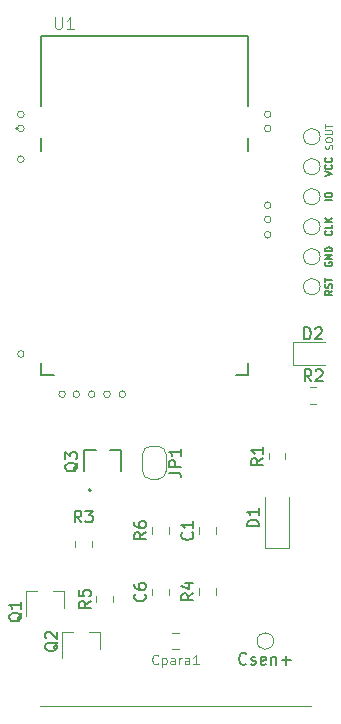
<source format=gbr>
G04 #@! TF.GenerationSoftware,KiCad,Pcbnew,(5.1.2-1)-1*
G04 #@! TF.CreationDate,2021-02-23T18:56:46+01:00*
G04 #@! TF.ProjectId,parasite,70617261-7369-4746-952e-6b696361645f,1.1.0*
G04 #@! TF.SameCoordinates,Original*
G04 #@! TF.FileFunction,Legend,Top*
G04 #@! TF.FilePolarity,Positive*
%FSLAX46Y46*%
G04 Gerber Fmt 4.6, Leading zero omitted, Abs format (unit mm)*
G04 Created by KiCad (PCBNEW (5.1.2-1)-1) date 2021-02-23 18:56:46*
%MOMM*%
%LPD*%
G04 APERTURE LIST*
%ADD10C,0.120000*%
%ADD11C,0.127000*%
%ADD12C,0.200000*%
%ADD13C,0.015000*%
%ADD14C,0.150000*%
%ADD15C,0.125000*%
G04 APERTURE END LIST*
D10*
X126082843Y-48900000D02*
G75*
G03X126082843Y-48900000I-282843J0D01*
G01*
X126082843Y-50100000D02*
G75*
G03X126082843Y-50100000I-282843J0D01*
G01*
X126082843Y-56600000D02*
G75*
G03X126082843Y-56600000I-282843J0D01*
G01*
X126082843Y-57800000D02*
G75*
G03X126082843Y-57800000I-282843J0D01*
G01*
X126082843Y-59100000D02*
G75*
G03X126082843Y-59100000I-282843J0D01*
G01*
X113782843Y-72600000D02*
G75*
G03X113782843Y-72600000I-282843J0D01*
G01*
X112482843Y-72600000D02*
G75*
G03X112482843Y-72600000I-282843J0D01*
G01*
X111182843Y-72600000D02*
G75*
G03X111182843Y-72600000I-282843J0D01*
G01*
X109882843Y-72600000D02*
G75*
G03X109882843Y-72600000I-282843J0D01*
G01*
X108682843Y-72600000D02*
G75*
G03X108682843Y-72600000I-282843J0D01*
G01*
X105182843Y-69200000D02*
G75*
G03X105182843Y-69200000I-282843J0D01*
G01*
X105182843Y-52700000D02*
G75*
G03X105182843Y-52700000I-282843J0D01*
G01*
X105182843Y-50100000D02*
G75*
G03X105182843Y-50100000I-282843J0D01*
G01*
X105182843Y-48900000D02*
G75*
G03X105182843Y-48900000I-282843J0D01*
G01*
X106500000Y-99000000D02*
X129500000Y-99000000D01*
D11*
X124150000Y-70950000D02*
X124150000Y-69925000D01*
X124150000Y-50875000D02*
X124150000Y-51975000D01*
X123105000Y-70950000D02*
X124150000Y-70950000D01*
X106650000Y-70950000D02*
X107695000Y-70950000D01*
X106650000Y-70950000D02*
X106650000Y-69925000D01*
X124150000Y-48165000D02*
X124150000Y-42250000D01*
X124150000Y-42250000D02*
X106650000Y-42250000D01*
X106650000Y-42250000D02*
X106650000Y-48165000D01*
X106650000Y-50875000D02*
X106650000Y-51975000D01*
D12*
X104700000Y-50100000D02*
G75*
G03X104700000Y-50100000I-100000J0D01*
G01*
X110840000Y-80740000D02*
G75*
G03X110840000Y-80740000I-100000J0D01*
G01*
D11*
X113399000Y-77340000D02*
X113399000Y-79140000D01*
X112449000Y-77340000D02*
X113399000Y-77340000D01*
X110281000Y-77340000D02*
X111231000Y-77340000D01*
X110281000Y-79140000D02*
X110281000Y-77340000D01*
D10*
X130240000Y-53340000D02*
G75*
G03X130240000Y-53340000I-700000J0D01*
G01*
X130240000Y-60960000D02*
G75*
G03X130240000Y-60960000I-700000J0D01*
G01*
X130240000Y-63500000D02*
G75*
G03X130240000Y-63500000I-700000J0D01*
G01*
X130240000Y-58420000D02*
G75*
G03X130240000Y-58420000I-700000J0D01*
G01*
X130240000Y-55880000D02*
G75*
G03X130240000Y-55880000I-700000J0D01*
G01*
X129403922Y-73410000D02*
X129921078Y-73410000D01*
X129403922Y-71990000D02*
X129921078Y-71990000D01*
X117200000Y-77700000D02*
X117200000Y-79100000D01*
X116500000Y-79800000D02*
X115900000Y-79800000D01*
X115200000Y-79100000D02*
X115200000Y-77700000D01*
X115900000Y-77000000D02*
X116500000Y-77000000D01*
X116500000Y-77000000D02*
G75*
G02X117200000Y-77700000I0J-700000D01*
G01*
X115200000Y-77700000D02*
G75*
G02X115900000Y-77000000I700000J0D01*
G01*
X115900000Y-79800000D02*
G75*
G02X115200000Y-79100000I0J700000D01*
G01*
X117200000Y-79100000D02*
G75*
G02X116500000Y-79800000I-700000J0D01*
G01*
X127935000Y-70105000D02*
X130620000Y-70105000D01*
X127935000Y-68185000D02*
X127935000Y-70105000D01*
X130620000Y-68185000D02*
X127935000Y-68185000D01*
X111580000Y-92740000D02*
X111580000Y-94200000D01*
X108420000Y-92740000D02*
X108420000Y-94900000D01*
X108420000Y-92740000D02*
X109350000Y-92740000D01*
X111580000Y-92740000D02*
X110650000Y-92740000D01*
X108530000Y-89240000D02*
X108530000Y-90700000D01*
X105370000Y-89240000D02*
X105370000Y-91400000D01*
X105370000Y-89240000D02*
X106300000Y-89240000D01*
X108530000Y-89240000D02*
X107600000Y-89240000D01*
X117741422Y-94210000D02*
X118258578Y-94210000D01*
X117741422Y-92790000D02*
X118258578Y-92790000D01*
X121410000Y-84396078D02*
X121410000Y-83878922D01*
X119990000Y-84396078D02*
X119990000Y-83878922D01*
X125600000Y-81300000D02*
X125600000Y-85600000D01*
X125600000Y-85600000D02*
X127600000Y-85600000D01*
X127600000Y-85600000D02*
X127600000Y-81300000D01*
X127310000Y-78121078D02*
X127310000Y-77603922D01*
X125890000Y-78121078D02*
X125890000Y-77603922D01*
X110910000Y-85003922D02*
X110910000Y-85521078D01*
X109490000Y-85003922D02*
X109490000Y-85521078D01*
X121410000Y-89558578D02*
X121410000Y-89041422D01*
X119990000Y-89558578D02*
X119990000Y-89041422D01*
X112710000Y-90196078D02*
X112710000Y-89678922D01*
X111290000Y-90196078D02*
X111290000Y-89678922D01*
X115990000Y-84396078D02*
X115990000Y-83878922D01*
X117410000Y-84396078D02*
X117410000Y-83878922D01*
X126300000Y-93500000D02*
G75*
G03X126300000Y-93500000I-700000J0D01*
G01*
X130240000Y-50800000D02*
G75*
G03X130240000Y-50800000I-700000J0D01*
G01*
X115990000Y-89621078D02*
X115990000Y-89103922D01*
X117410000Y-89621078D02*
X117410000Y-89103922D01*
D13*
X107813095Y-40677380D02*
X107813095Y-41486904D01*
X107860714Y-41582142D01*
X107908333Y-41629761D01*
X108003571Y-41677380D01*
X108194047Y-41677380D01*
X108289285Y-41629761D01*
X108336904Y-41582142D01*
X108384523Y-41486904D01*
X108384523Y-40677380D01*
X109384523Y-41677380D02*
X108813095Y-41677380D01*
X109098809Y-41677380D02*
X109098809Y-40677380D01*
X109003571Y-40820238D01*
X108908333Y-40915476D01*
X108813095Y-40963095D01*
D14*
X109747619Y-78395238D02*
X109700000Y-78490476D01*
X109604761Y-78585714D01*
X109461904Y-78728571D01*
X109414285Y-78823809D01*
X109414285Y-78919047D01*
X109652380Y-78871428D02*
X109604761Y-78966666D01*
X109509523Y-79061904D01*
X109319047Y-79109523D01*
X108985714Y-79109523D01*
X108795238Y-79061904D01*
X108700000Y-78966666D01*
X108652380Y-78871428D01*
X108652380Y-78680952D01*
X108700000Y-78585714D01*
X108795238Y-78490476D01*
X108985714Y-78442857D01*
X109319047Y-78442857D01*
X109509523Y-78490476D01*
X109604761Y-78585714D01*
X109652380Y-78680952D01*
X109652380Y-78871428D01*
X108652380Y-78109523D02*
X108652380Y-77490476D01*
X109033333Y-77823809D01*
X109033333Y-77680952D01*
X109080952Y-77585714D01*
X109128571Y-77538095D01*
X109223809Y-77490476D01*
X109461904Y-77490476D01*
X109557142Y-77538095D01*
X109604761Y-77585714D01*
X109652380Y-77680952D01*
X109652380Y-77966666D01*
X109604761Y-78061904D01*
X109557142Y-78109523D01*
X130659428Y-54140000D02*
X131259428Y-53940000D01*
X130659428Y-53740000D01*
X131202285Y-53197142D02*
X131230857Y-53225714D01*
X131259428Y-53311428D01*
X131259428Y-53368571D01*
X131230857Y-53454285D01*
X131173714Y-53511428D01*
X131116571Y-53540000D01*
X131002285Y-53568571D01*
X130916571Y-53568571D01*
X130802285Y-53540000D01*
X130745142Y-53511428D01*
X130688000Y-53454285D01*
X130659428Y-53368571D01*
X130659428Y-53311428D01*
X130688000Y-53225714D01*
X130716571Y-53197142D01*
X131202285Y-52597142D02*
X131230857Y-52625714D01*
X131259428Y-52711428D01*
X131259428Y-52768571D01*
X131230857Y-52854285D01*
X131173714Y-52911428D01*
X131116571Y-52940000D01*
X131002285Y-52968571D01*
X130916571Y-52968571D01*
X130802285Y-52940000D01*
X130745142Y-52911428D01*
X130688000Y-52854285D01*
X130659428Y-52768571D01*
X130659428Y-52711428D01*
X130688000Y-52625714D01*
X130716571Y-52597142D01*
X130688000Y-61417142D02*
X130659428Y-61474285D01*
X130659428Y-61560000D01*
X130688000Y-61645714D01*
X130745142Y-61702857D01*
X130802285Y-61731428D01*
X130916571Y-61760000D01*
X131002285Y-61760000D01*
X131116571Y-61731428D01*
X131173714Y-61702857D01*
X131230857Y-61645714D01*
X131259428Y-61560000D01*
X131259428Y-61502857D01*
X131230857Y-61417142D01*
X131202285Y-61388571D01*
X131002285Y-61388571D01*
X131002285Y-61502857D01*
X131259428Y-61131428D02*
X130659428Y-61131428D01*
X131259428Y-60788571D01*
X130659428Y-60788571D01*
X131259428Y-60502857D02*
X130659428Y-60502857D01*
X130659428Y-60360000D01*
X130688000Y-60274285D01*
X130745142Y-60217142D01*
X130802285Y-60188571D01*
X130916571Y-60160000D01*
X131002285Y-60160000D01*
X131116571Y-60188571D01*
X131173714Y-60217142D01*
X131230857Y-60274285D01*
X131259428Y-60360000D01*
X131259428Y-60502857D01*
X131259428Y-63828571D02*
X130973714Y-64028571D01*
X131259428Y-64171428D02*
X130659428Y-64171428D01*
X130659428Y-63942857D01*
X130688000Y-63885714D01*
X130716571Y-63857142D01*
X130773714Y-63828571D01*
X130859428Y-63828571D01*
X130916571Y-63857142D01*
X130945142Y-63885714D01*
X130973714Y-63942857D01*
X130973714Y-64171428D01*
X131230857Y-63600000D02*
X131259428Y-63514285D01*
X131259428Y-63371428D01*
X131230857Y-63314285D01*
X131202285Y-63285714D01*
X131145142Y-63257142D01*
X131088000Y-63257142D01*
X131030857Y-63285714D01*
X131002285Y-63314285D01*
X130973714Y-63371428D01*
X130945142Y-63485714D01*
X130916571Y-63542857D01*
X130888000Y-63571428D01*
X130830857Y-63600000D01*
X130773714Y-63600000D01*
X130716571Y-63571428D01*
X130688000Y-63542857D01*
X130659428Y-63485714D01*
X130659428Y-63342857D01*
X130688000Y-63257142D01*
X130659428Y-63085714D02*
X130659428Y-62742857D01*
X131259428Y-62914285D02*
X130659428Y-62914285D01*
X131202285Y-58777142D02*
X131230857Y-58805714D01*
X131259428Y-58891428D01*
X131259428Y-58948571D01*
X131230857Y-59034285D01*
X131173714Y-59091428D01*
X131116571Y-59120000D01*
X131002285Y-59148571D01*
X130916571Y-59148571D01*
X130802285Y-59120000D01*
X130745142Y-59091428D01*
X130688000Y-59034285D01*
X130659428Y-58948571D01*
X130659428Y-58891428D01*
X130688000Y-58805714D01*
X130716571Y-58777142D01*
X131259428Y-58234285D02*
X131259428Y-58520000D01*
X130659428Y-58520000D01*
X131259428Y-58034285D02*
X130659428Y-58034285D01*
X131259428Y-57691428D02*
X130916571Y-57948571D01*
X130659428Y-57691428D02*
X131002285Y-58034285D01*
X131259428Y-56194285D02*
X130659428Y-56194285D01*
X130659428Y-55794285D02*
X130659428Y-55680000D01*
X130688000Y-55622857D01*
X130745142Y-55565714D01*
X130859428Y-55537142D01*
X131059428Y-55537142D01*
X131173714Y-55565714D01*
X131230857Y-55622857D01*
X131259428Y-55680000D01*
X131259428Y-55794285D01*
X131230857Y-55851428D01*
X131173714Y-55908571D01*
X131059428Y-55937142D01*
X130859428Y-55937142D01*
X130745142Y-55908571D01*
X130688000Y-55851428D01*
X130659428Y-55794285D01*
X129495833Y-71502380D02*
X129162500Y-71026190D01*
X128924404Y-71502380D02*
X128924404Y-70502380D01*
X129305357Y-70502380D01*
X129400595Y-70550000D01*
X129448214Y-70597619D01*
X129495833Y-70692857D01*
X129495833Y-70835714D01*
X129448214Y-70930952D01*
X129400595Y-70978571D01*
X129305357Y-71026190D01*
X128924404Y-71026190D01*
X129876785Y-70597619D02*
X129924404Y-70550000D01*
X130019642Y-70502380D01*
X130257738Y-70502380D01*
X130352976Y-70550000D01*
X130400595Y-70597619D01*
X130448214Y-70692857D01*
X130448214Y-70788095D01*
X130400595Y-70930952D01*
X129829166Y-71502380D01*
X130448214Y-71502380D01*
X117452380Y-79233333D02*
X118166666Y-79233333D01*
X118309523Y-79280952D01*
X118404761Y-79376190D01*
X118452380Y-79519047D01*
X118452380Y-79614285D01*
X118452380Y-78757142D02*
X117452380Y-78757142D01*
X117452380Y-78376190D01*
X117500000Y-78280952D01*
X117547619Y-78233333D01*
X117642857Y-78185714D01*
X117785714Y-78185714D01*
X117880952Y-78233333D01*
X117928571Y-78280952D01*
X117976190Y-78376190D01*
X117976190Y-78757142D01*
X118452380Y-77233333D02*
X118452380Y-77804761D01*
X118452380Y-77519047D02*
X117452380Y-77519047D01*
X117595238Y-77614285D01*
X117690476Y-77709523D01*
X117738095Y-77804761D01*
X128881904Y-67947380D02*
X128881904Y-66947380D01*
X129120000Y-66947380D01*
X129262857Y-66995000D01*
X129358095Y-67090238D01*
X129405714Y-67185476D01*
X129453333Y-67375952D01*
X129453333Y-67518809D01*
X129405714Y-67709285D01*
X129358095Y-67804523D01*
X129262857Y-67899761D01*
X129120000Y-67947380D01*
X128881904Y-67947380D01*
X129834285Y-67042619D02*
X129881904Y-66995000D01*
X129977142Y-66947380D01*
X130215238Y-66947380D01*
X130310476Y-66995000D01*
X130358095Y-67042619D01*
X130405714Y-67137857D01*
X130405714Y-67233095D01*
X130358095Y-67375952D01*
X129786666Y-67947380D01*
X130405714Y-67947380D01*
X108047619Y-93595238D02*
X108000000Y-93690476D01*
X107904761Y-93785714D01*
X107761904Y-93928571D01*
X107714285Y-94023809D01*
X107714285Y-94119047D01*
X107952380Y-94071428D02*
X107904761Y-94166666D01*
X107809523Y-94261904D01*
X107619047Y-94309523D01*
X107285714Y-94309523D01*
X107095238Y-94261904D01*
X107000000Y-94166666D01*
X106952380Y-94071428D01*
X106952380Y-93880952D01*
X107000000Y-93785714D01*
X107095238Y-93690476D01*
X107285714Y-93642857D01*
X107619047Y-93642857D01*
X107809523Y-93690476D01*
X107904761Y-93785714D01*
X107952380Y-93880952D01*
X107952380Y-94071428D01*
X107047619Y-93261904D02*
X107000000Y-93214285D01*
X106952380Y-93119047D01*
X106952380Y-92880952D01*
X107000000Y-92785714D01*
X107047619Y-92738095D01*
X107142857Y-92690476D01*
X107238095Y-92690476D01*
X107380952Y-92738095D01*
X107952380Y-93309523D01*
X107952380Y-92690476D01*
X104997619Y-91095238D02*
X104950000Y-91190476D01*
X104854761Y-91285714D01*
X104711904Y-91428571D01*
X104664285Y-91523809D01*
X104664285Y-91619047D01*
X104902380Y-91571428D02*
X104854761Y-91666666D01*
X104759523Y-91761904D01*
X104569047Y-91809523D01*
X104235714Y-91809523D01*
X104045238Y-91761904D01*
X103950000Y-91666666D01*
X103902380Y-91571428D01*
X103902380Y-91380952D01*
X103950000Y-91285714D01*
X104045238Y-91190476D01*
X104235714Y-91142857D01*
X104569047Y-91142857D01*
X104759523Y-91190476D01*
X104854761Y-91285714D01*
X104902380Y-91380952D01*
X104902380Y-91571428D01*
X104902380Y-90190476D02*
X104902380Y-90761904D01*
X104902380Y-90476190D02*
X103902380Y-90476190D01*
X104045238Y-90571428D01*
X104140476Y-90666666D01*
X104188095Y-90761904D01*
D10*
X116533333Y-95385714D02*
X116495238Y-95423809D01*
X116380952Y-95461904D01*
X116304761Y-95461904D01*
X116190476Y-95423809D01*
X116114285Y-95347619D01*
X116076190Y-95271428D01*
X116038095Y-95119047D01*
X116038095Y-95004761D01*
X116076190Y-94852380D01*
X116114285Y-94776190D01*
X116190476Y-94700000D01*
X116304761Y-94661904D01*
X116380952Y-94661904D01*
X116495238Y-94700000D01*
X116533333Y-94738095D01*
X116876190Y-94928571D02*
X116876190Y-95728571D01*
X116876190Y-94966666D02*
X116952380Y-94928571D01*
X117104761Y-94928571D01*
X117180952Y-94966666D01*
X117219047Y-95004761D01*
X117257142Y-95080952D01*
X117257142Y-95309523D01*
X117219047Y-95385714D01*
X117180952Y-95423809D01*
X117104761Y-95461904D01*
X116952380Y-95461904D01*
X116876190Y-95423809D01*
X117942857Y-95461904D02*
X117942857Y-95042857D01*
X117904761Y-94966666D01*
X117828571Y-94928571D01*
X117676190Y-94928571D01*
X117600000Y-94966666D01*
X117942857Y-95423809D02*
X117866666Y-95461904D01*
X117676190Y-95461904D01*
X117600000Y-95423809D01*
X117561904Y-95347619D01*
X117561904Y-95271428D01*
X117600000Y-95195238D01*
X117676190Y-95157142D01*
X117866666Y-95157142D01*
X117942857Y-95119047D01*
X118323809Y-95461904D02*
X118323809Y-94928571D01*
X118323809Y-95080952D02*
X118361904Y-95004761D01*
X118400000Y-94966666D01*
X118476190Y-94928571D01*
X118552380Y-94928571D01*
X119161904Y-95461904D02*
X119161904Y-95042857D01*
X119123809Y-94966666D01*
X119047619Y-94928571D01*
X118895238Y-94928571D01*
X118819047Y-94966666D01*
X119161904Y-95423809D02*
X119085714Y-95461904D01*
X118895238Y-95461904D01*
X118819047Y-95423809D01*
X118780952Y-95347619D01*
X118780952Y-95271428D01*
X118819047Y-95195238D01*
X118895238Y-95157142D01*
X119085714Y-95157142D01*
X119161904Y-95119047D01*
X119961904Y-95461904D02*
X119504761Y-95461904D01*
X119733333Y-95461904D02*
X119733333Y-94661904D01*
X119657142Y-94776190D01*
X119580952Y-94852380D01*
X119504761Y-94890476D01*
D14*
X119407142Y-84304166D02*
X119454761Y-84351785D01*
X119502380Y-84494642D01*
X119502380Y-84589880D01*
X119454761Y-84732738D01*
X119359523Y-84827976D01*
X119264285Y-84875595D01*
X119073809Y-84923214D01*
X118930952Y-84923214D01*
X118740476Y-84875595D01*
X118645238Y-84827976D01*
X118550000Y-84732738D01*
X118502380Y-84589880D01*
X118502380Y-84494642D01*
X118550000Y-84351785D01*
X118597619Y-84304166D01*
X119502380Y-83351785D02*
X119502380Y-83923214D01*
X119502380Y-83637500D02*
X118502380Y-83637500D01*
X118645238Y-83732738D01*
X118740476Y-83827976D01*
X118788095Y-83923214D01*
X125052380Y-83788095D02*
X124052380Y-83788095D01*
X124052380Y-83550000D01*
X124100000Y-83407142D01*
X124195238Y-83311904D01*
X124290476Y-83264285D01*
X124480952Y-83216666D01*
X124623809Y-83216666D01*
X124814285Y-83264285D01*
X124909523Y-83311904D01*
X125004761Y-83407142D01*
X125052380Y-83550000D01*
X125052380Y-83788095D01*
X125052380Y-82264285D02*
X125052380Y-82835714D01*
X125052380Y-82550000D02*
X124052380Y-82550000D01*
X124195238Y-82645238D01*
X124290476Y-82740476D01*
X124338095Y-82835714D01*
X125402380Y-78029166D02*
X124926190Y-78362500D01*
X125402380Y-78600595D02*
X124402380Y-78600595D01*
X124402380Y-78219642D01*
X124450000Y-78124404D01*
X124497619Y-78076785D01*
X124592857Y-78029166D01*
X124735714Y-78029166D01*
X124830952Y-78076785D01*
X124878571Y-78124404D01*
X124926190Y-78219642D01*
X124926190Y-78600595D01*
X125402380Y-77076785D02*
X125402380Y-77648214D01*
X125402380Y-77362500D02*
X124402380Y-77362500D01*
X124545238Y-77457738D01*
X124640476Y-77552976D01*
X124688095Y-77648214D01*
X110033333Y-83452380D02*
X109700000Y-82976190D01*
X109461904Y-83452380D02*
X109461904Y-82452380D01*
X109842857Y-82452380D01*
X109938095Y-82500000D01*
X109985714Y-82547619D01*
X110033333Y-82642857D01*
X110033333Y-82785714D01*
X109985714Y-82880952D01*
X109938095Y-82928571D01*
X109842857Y-82976190D01*
X109461904Y-82976190D01*
X110366666Y-82452380D02*
X110985714Y-82452380D01*
X110652380Y-82833333D01*
X110795238Y-82833333D01*
X110890476Y-82880952D01*
X110938095Y-82928571D01*
X110985714Y-83023809D01*
X110985714Y-83261904D01*
X110938095Y-83357142D01*
X110890476Y-83404761D01*
X110795238Y-83452380D01*
X110509523Y-83452380D01*
X110414285Y-83404761D01*
X110366666Y-83357142D01*
X119502380Y-89466666D02*
X119026190Y-89800000D01*
X119502380Y-90038095D02*
X118502380Y-90038095D01*
X118502380Y-89657142D01*
X118550000Y-89561904D01*
X118597619Y-89514285D01*
X118692857Y-89466666D01*
X118835714Y-89466666D01*
X118930952Y-89514285D01*
X118978571Y-89561904D01*
X119026190Y-89657142D01*
X119026190Y-90038095D01*
X118835714Y-88609523D02*
X119502380Y-88609523D01*
X118454761Y-88847619D02*
X119169047Y-89085714D01*
X119169047Y-88466666D01*
X110802380Y-90104166D02*
X110326190Y-90437500D01*
X110802380Y-90675595D02*
X109802380Y-90675595D01*
X109802380Y-90294642D01*
X109850000Y-90199404D01*
X109897619Y-90151785D01*
X109992857Y-90104166D01*
X110135714Y-90104166D01*
X110230952Y-90151785D01*
X110278571Y-90199404D01*
X110326190Y-90294642D01*
X110326190Y-90675595D01*
X109802380Y-89199404D02*
X109802380Y-89675595D01*
X110278571Y-89723214D01*
X110230952Y-89675595D01*
X110183333Y-89580357D01*
X110183333Y-89342261D01*
X110230952Y-89247023D01*
X110278571Y-89199404D01*
X110373809Y-89151785D01*
X110611904Y-89151785D01*
X110707142Y-89199404D01*
X110754761Y-89247023D01*
X110802380Y-89342261D01*
X110802380Y-89580357D01*
X110754761Y-89675595D01*
X110707142Y-89723214D01*
X115502380Y-84304166D02*
X115026190Y-84637500D01*
X115502380Y-84875595D02*
X114502380Y-84875595D01*
X114502380Y-84494642D01*
X114550000Y-84399404D01*
X114597619Y-84351785D01*
X114692857Y-84304166D01*
X114835714Y-84304166D01*
X114930952Y-84351785D01*
X114978571Y-84399404D01*
X115026190Y-84494642D01*
X115026190Y-84875595D01*
X114502380Y-83447023D02*
X114502380Y-83637500D01*
X114550000Y-83732738D01*
X114597619Y-83780357D01*
X114740476Y-83875595D01*
X114930952Y-83923214D01*
X115311904Y-83923214D01*
X115407142Y-83875595D01*
X115454761Y-83827976D01*
X115502380Y-83732738D01*
X115502380Y-83542261D01*
X115454761Y-83447023D01*
X115407142Y-83399404D01*
X115311904Y-83351785D01*
X115073809Y-83351785D01*
X114978571Y-83399404D01*
X114930952Y-83447023D01*
X114883333Y-83542261D01*
X114883333Y-83732738D01*
X114930952Y-83827976D01*
X114978571Y-83875595D01*
X115073809Y-83923214D01*
X124004761Y-95407142D02*
X123957142Y-95454761D01*
X123814285Y-95502380D01*
X123719047Y-95502380D01*
X123576190Y-95454761D01*
X123480952Y-95359523D01*
X123433333Y-95264285D01*
X123385714Y-95073809D01*
X123385714Y-94930952D01*
X123433333Y-94740476D01*
X123480952Y-94645238D01*
X123576190Y-94550000D01*
X123719047Y-94502380D01*
X123814285Y-94502380D01*
X123957142Y-94550000D01*
X124004761Y-94597619D01*
X124385714Y-95454761D02*
X124480952Y-95502380D01*
X124671428Y-95502380D01*
X124766666Y-95454761D01*
X124814285Y-95359523D01*
X124814285Y-95311904D01*
X124766666Y-95216666D01*
X124671428Y-95169047D01*
X124528571Y-95169047D01*
X124433333Y-95121428D01*
X124385714Y-95026190D01*
X124385714Y-94978571D01*
X124433333Y-94883333D01*
X124528571Y-94835714D01*
X124671428Y-94835714D01*
X124766666Y-94883333D01*
X125623809Y-95454761D02*
X125528571Y-95502380D01*
X125338095Y-95502380D01*
X125242857Y-95454761D01*
X125195238Y-95359523D01*
X125195238Y-94978571D01*
X125242857Y-94883333D01*
X125338095Y-94835714D01*
X125528571Y-94835714D01*
X125623809Y-94883333D01*
X125671428Y-94978571D01*
X125671428Y-95073809D01*
X125195238Y-95169047D01*
X126100000Y-94835714D02*
X126100000Y-95502380D01*
X126100000Y-94930952D02*
X126147619Y-94883333D01*
X126242857Y-94835714D01*
X126385714Y-94835714D01*
X126480952Y-94883333D01*
X126528571Y-94978571D01*
X126528571Y-95502380D01*
X127004761Y-95121428D02*
X127766666Y-95121428D01*
X127385714Y-95502380D02*
X127385714Y-94740476D01*
D15*
X131242857Y-51828571D02*
X131271428Y-51742857D01*
X131271428Y-51600000D01*
X131242857Y-51542857D01*
X131214285Y-51514285D01*
X131157142Y-51485714D01*
X131100000Y-51485714D01*
X131042857Y-51514285D01*
X131014285Y-51542857D01*
X130985714Y-51600000D01*
X130957142Y-51714285D01*
X130928571Y-51771428D01*
X130900000Y-51800000D01*
X130842857Y-51828571D01*
X130785714Y-51828571D01*
X130728571Y-51800000D01*
X130700000Y-51771428D01*
X130671428Y-51714285D01*
X130671428Y-51571428D01*
X130700000Y-51485714D01*
X130671428Y-51114285D02*
X130671428Y-51000000D01*
X130700000Y-50942857D01*
X130757142Y-50885714D01*
X130871428Y-50857142D01*
X131071428Y-50857142D01*
X131185714Y-50885714D01*
X131242857Y-50942857D01*
X131271428Y-51000000D01*
X131271428Y-51114285D01*
X131242857Y-51171428D01*
X131185714Y-51228571D01*
X131071428Y-51257142D01*
X130871428Y-51257142D01*
X130757142Y-51228571D01*
X130700000Y-51171428D01*
X130671428Y-51114285D01*
X130671428Y-50600000D02*
X131157142Y-50600000D01*
X131214285Y-50571428D01*
X131242857Y-50542857D01*
X131271428Y-50485714D01*
X131271428Y-50371428D01*
X131242857Y-50314285D01*
X131214285Y-50285714D01*
X131157142Y-50257142D01*
X130671428Y-50257142D01*
X130671428Y-50057142D02*
X130671428Y-49714285D01*
X131271428Y-49885714D02*
X130671428Y-49885714D01*
D14*
X115407142Y-89529166D02*
X115454761Y-89576785D01*
X115502380Y-89719642D01*
X115502380Y-89814880D01*
X115454761Y-89957738D01*
X115359523Y-90052976D01*
X115264285Y-90100595D01*
X115073809Y-90148214D01*
X114930952Y-90148214D01*
X114740476Y-90100595D01*
X114645238Y-90052976D01*
X114550000Y-89957738D01*
X114502380Y-89814880D01*
X114502380Y-89719642D01*
X114550000Y-89576785D01*
X114597619Y-89529166D01*
X114502380Y-88672023D02*
X114502380Y-88862500D01*
X114550000Y-88957738D01*
X114597619Y-89005357D01*
X114740476Y-89100595D01*
X114930952Y-89148214D01*
X115311904Y-89148214D01*
X115407142Y-89100595D01*
X115454761Y-89052976D01*
X115502380Y-88957738D01*
X115502380Y-88767261D01*
X115454761Y-88672023D01*
X115407142Y-88624404D01*
X115311904Y-88576785D01*
X115073809Y-88576785D01*
X114978571Y-88624404D01*
X114930952Y-88672023D01*
X114883333Y-88767261D01*
X114883333Y-88957738D01*
X114930952Y-89052976D01*
X114978571Y-89100595D01*
X115073809Y-89148214D01*
M02*

</source>
